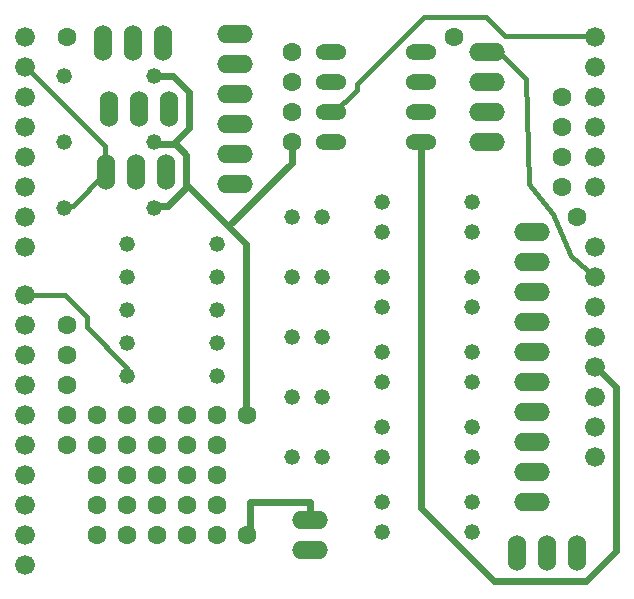
<source format=gbl>
G04 #@! TF.GenerationSoftware,KiCad,Pcbnew,(5.0.0)*
G04 #@! TF.CreationDate,2018-11-08T10:10:24+09:00*
G04 #@! TF.ProjectId,HeadphoneSwitch,4865616470686F6E655377697463682E,rev?*
G04 #@! TF.SameCoordinates,Original*
G04 #@! TF.FileFunction,Copper,L2,Bot,Signal*
G04 #@! TF.FilePolarity,Positive*
%FSLAX46Y46*%
G04 Gerber Fmt 4.6, Leading zero omitted, Abs format (unit mm)*
G04 Created by KiCad (PCBNEW (5.0.0)) date 11/08/18 10:10:24*
%MOMM*%
%LPD*%
G01*
G04 APERTURE LIST*
G04 #@! TA.AperFunction,ComponentPad*
%ADD10O,1.524000X3.048000*%
G04 #@! TD*
G04 #@! TA.AperFunction,ComponentPad*
%ADD11O,2.641600X1.320800*%
G04 #@! TD*
G04 #@! TA.AperFunction,ComponentPad*
%ADD12O,3.048000X1.524000*%
G04 #@! TD*
G04 #@! TA.AperFunction,ComponentPad*
%ADD13C,1.320800*%
G04 #@! TD*
G04 #@! TA.AperFunction,ComponentPad*
%ADD14C,1.600200*%
G04 #@! TD*
G04 #@! TA.AperFunction,ComponentPad*
%ADD15C,1.676400*%
G04 #@! TD*
G04 #@! TA.AperFunction,Conductor*
%ADD16C,0.609600*%
G04 #@! TD*
G04 #@! TA.AperFunction,Conductor*
%ADD17C,0.406400*%
G04 #@! TD*
G04 APERTURE END LIST*
D10*
G04 #@! TO.P,DSS62,3*
G04 #@! TO.N,/D2*
X153619100Y-83521600D03*
G04 #@! TO.P,DSS62,2*
G04 #@! TO.N,GND1*
X156159100Y-83521600D03*
G04 #@! TO.P,DSS62,1*
G04 #@! TO.N,Net-(DSS62-Pad1)*
X158699100Y-83521600D03*
G04 #@! TD*
G04 #@! TO.P,DSS63,3*
G04 #@! TO.N,/D3*
X154127100Y-89109600D03*
G04 #@! TO.P,DSS63,2*
G04 #@! TO.N,GND1*
X156667100Y-89109600D03*
G04 #@! TO.P,DSS63,1*
X159207100Y-89109600D03*
G04 #@! TD*
G04 #@! TO.P,DSS64,3*
G04 #@! TO.N,/D1*
X153873100Y-94443600D03*
G04 #@! TO.P,DSS64,2*
G04 #@! TO.N,GND1*
X156413100Y-94443600D03*
G04 #@! TO.P,DSS64,1*
X158953100Y-94443600D03*
G04 #@! TD*
G04 #@! TO.P,DSS65,3*
G04 #@! TO.N,/RESET*
X193751100Y-126701600D03*
G04 #@! TO.P,DSS65,2*
G04 #@! TO.N,GND1*
X191211100Y-126701600D03*
G04 #@! TO.P,DSS65,1*
G04 #@! TO.N,Net-(DSS65-Pad1)*
X188671100Y-126701600D03*
G04 #@! TD*
D11*
G04 #@! TO.P,IC1,8*
G04 #@! TO.N,VCC*
X172923100Y-91903600D03*
G04 #@! TO.P,IC1,7*
G04 #@! TO.N,/SCL5V*
X172923100Y-89363600D03*
G04 #@! TO.P,IC1,6*
G04 #@! TO.N,/SDA5V*
X172923100Y-86823600D03*
G04 #@! TO.P,IC1,5*
G04 #@! TO.N,GND1*
X172923100Y-84283600D03*
G04 #@! TO.P,IC1,4*
G04 #@! TO.N,Net-(IC1-Pad4)*
X180543100Y-84283600D03*
G04 #@! TO.P,IC1,3*
G04 #@! TO.N,Net-(IC1-Pad3)*
X180543100Y-86823600D03*
G04 #@! TO.P,IC1,2*
G04 #@! TO.N,Net-(IC1-Pad2)*
X180543100Y-89363600D03*
G04 #@! TO.P,IC1,1*
G04 #@! TO.N,+3V3*
X180543100Y-91903600D03*
G04 #@! TD*
D12*
G04 #@! TO.P,JP10,10*
G04 #@! TO.N,Net-(JP10-Pad10)*
X189941100Y-122383600D03*
G04 #@! TO.P,JP10,9*
G04 #@! TO.N,Net-(JP10-Pad9)*
X189941100Y-119843600D03*
G04 #@! TO.P,JP10,8*
G04 #@! TO.N,Net-(JP10-Pad8)*
X189941100Y-117303600D03*
G04 #@! TO.P,JP10,7*
G04 #@! TO.N,Net-(JP10-Pad7)*
X189941100Y-114763600D03*
G04 #@! TO.P,JP10,6*
G04 #@! TO.N,Net-(JP10-Pad6)*
X189941100Y-112223600D03*
G04 #@! TO.P,JP10,5*
G04 #@! TO.N,Net-(JP10-Pad5)*
X189941100Y-109683600D03*
G04 #@! TO.P,JP10,4*
G04 #@! TO.N,Net-(JP10-Pad4)*
X189941100Y-107143600D03*
G04 #@! TO.P,JP10,3*
G04 #@! TO.N,Net-(JP10-Pad3)*
X189941100Y-104603600D03*
G04 #@! TO.P,JP10,2*
G04 #@! TO.N,Net-(JP10-Pad2)*
X189941100Y-102063600D03*
G04 #@! TO.P,JP10,1*
G04 #@! TO.N,Net-(JP10-Pad1)*
X189941100Y-99523600D03*
G04 #@! TD*
G04 #@! TO.P,JP7,4*
G04 #@! TO.N,GND1*
X186131100Y-84283600D03*
G04 #@! TO.P,JP7,3*
G04 #@! TO.N,Net-(IC1-Pad3)*
X186131100Y-86823600D03*
G04 #@! TO.P,JP7,2*
G04 #@! TO.N,Net-(IC1-Pad2)*
X186131100Y-89363600D03*
G04 #@! TO.P,JP7,1*
G04 #@! TO.N,+3V3*
X186131100Y-91903600D03*
G04 #@! TD*
G04 #@! TO.P,JP8,6*
G04 #@! TO.N,GND1*
X164795100Y-95459600D03*
G04 #@! TO.P,JP8,5*
X164795100Y-92919600D03*
G04 #@! TO.P,JP8,4*
X164795100Y-90379600D03*
G04 #@! TO.P,JP8,3*
X164795100Y-87839600D03*
G04 #@! TO.P,JP8,2*
X164795100Y-85299600D03*
G04 #@! TO.P,JP8,1*
G04 #@! TO.N,Net-(DSS62-Pad1)*
X164795100Y-82759600D03*
G04 #@! TD*
G04 #@! TO.P,JP9,2*
G04 #@! TO.N,GND1*
X171145100Y-123907600D03*
G04 #@! TO.P,JP9,1*
G04 #@! TO.N,Net-(DSS65-Pad1)*
X171145100Y-126447600D03*
G04 #@! TD*
D13*
G04 #@! TO.P,LED1,K*
G04 #@! TO.N,Net-(LED1-PadK)*
X172161100Y-98253600D03*
G04 #@! TO.P,LED1,A*
G04 #@! TO.N,Net-(LED1-PadA)*
X169621100Y-98253600D03*
G04 #@! TD*
G04 #@! TO.P,LED2,K*
G04 #@! TO.N,Net-(LED2-PadK)*
X172161100Y-103333600D03*
G04 #@! TO.P,LED2,A*
G04 #@! TO.N,Net-(LED2-PadA)*
X169621100Y-103333600D03*
G04 #@! TD*
G04 #@! TO.P,LED3,K*
G04 #@! TO.N,Net-(LED3-PadK)*
X172161100Y-108413600D03*
G04 #@! TO.P,LED3,A*
G04 #@! TO.N,Net-(LED3-PadA)*
X169621100Y-108413600D03*
G04 #@! TD*
G04 #@! TO.P,LED4,K*
G04 #@! TO.N,Net-(LED4-PadK)*
X172161100Y-113493600D03*
G04 #@! TO.P,LED4,A*
G04 #@! TO.N,Net-(LED4-PadA)*
X169621100Y-113493600D03*
G04 #@! TD*
G04 #@! TO.P,LED5,K*
G04 #@! TO.N,Net-(LED5-PadK)*
X172161100Y-118573600D03*
G04 #@! TO.P,LED5,A*
G04 #@! TO.N,Net-(LED5-PadA)*
X169621100Y-118573600D03*
G04 #@! TD*
G04 #@! TO.P,OK1,4*
G04 #@! TO.N,Net-(JP10-Pad1)*
X184861100Y-96983600D03*
G04 #@! TO.P,OK1,3*
G04 #@! TO.N,Net-(JP10-Pad2)*
X184861100Y-99523600D03*
G04 #@! TO.P,OK1,2*
G04 #@! TO.N,GND1*
X177241100Y-99523600D03*
G04 #@! TO.P,OK1,1*
G04 #@! TO.N,Net-(LED1-PadK)*
X177241100Y-96983600D03*
G04 #@! TD*
G04 #@! TO.P,OK2,4*
G04 #@! TO.N,Net-(JP10-Pad3)*
X184861100Y-103333600D03*
G04 #@! TO.P,OK2,3*
G04 #@! TO.N,Net-(JP10-Pad4)*
X184861100Y-105873600D03*
G04 #@! TO.P,OK2,2*
G04 #@! TO.N,GND1*
X177241100Y-105873600D03*
G04 #@! TO.P,OK2,1*
G04 #@! TO.N,Net-(LED2-PadK)*
X177241100Y-103333600D03*
G04 #@! TD*
G04 #@! TO.P,OK3,4*
G04 #@! TO.N,Net-(JP10-Pad5)*
X184861100Y-109683600D03*
G04 #@! TO.P,OK3,3*
G04 #@! TO.N,Net-(JP10-Pad6)*
X184861100Y-112223600D03*
G04 #@! TO.P,OK3,2*
G04 #@! TO.N,GND1*
X177241100Y-112223600D03*
G04 #@! TO.P,OK3,1*
G04 #@! TO.N,Net-(LED3-PadK)*
X177241100Y-109683600D03*
G04 #@! TD*
G04 #@! TO.P,OK4,4*
G04 #@! TO.N,Net-(JP10-Pad7)*
X184861100Y-116033600D03*
G04 #@! TO.P,OK4,3*
G04 #@! TO.N,Net-(JP10-Pad8)*
X184861100Y-118573600D03*
G04 #@! TO.P,OK4,2*
G04 #@! TO.N,GND1*
X177241100Y-118573600D03*
G04 #@! TO.P,OK4,1*
G04 #@! TO.N,Net-(LED4-PadK)*
X177241100Y-116033600D03*
G04 #@! TD*
G04 #@! TO.P,OK5,4*
G04 #@! TO.N,Net-(JP10-Pad9)*
X184861100Y-122383600D03*
G04 #@! TO.P,OK5,3*
G04 #@! TO.N,Net-(JP10-Pad10)*
X184861100Y-124923600D03*
G04 #@! TO.P,OK5,2*
G04 #@! TO.N,GND1*
X177241100Y-124923600D03*
G04 #@! TO.P,OK5,1*
G04 #@! TO.N,Net-(LED5-PadK)*
X177241100Y-122383600D03*
G04 #@! TD*
D14*
G04 #@! TO.P,PAD1,1*
G04 #@! TO.N,Net-(PAD1-Pad1)*
X193751100Y-98253600D03*
G04 #@! TD*
G04 #@! TO.P,PAD10,1*
G04 #@! TO.N,Net-(PAD10-Pad1)*
X150571100Y-109937600D03*
G04 #@! TD*
G04 #@! TO.P,PAD11,1*
G04 #@! TO.N,Net-(PAD11-Pad1)*
X150571100Y-107397600D03*
G04 #@! TD*
G04 #@! TO.P,PAD12,1*
G04 #@! TO.N,Net-(PAD12-Pad1)*
X150571100Y-83013600D03*
G04 #@! TD*
G04 #@! TO.P,PAD13,1*
G04 #@! TO.N,Net-(PAD13-Pad1)*
X163271100Y-122637600D03*
G04 #@! TD*
G04 #@! TO.P,PAD14,1*
G04 #@! TO.N,Net-(PAD14-Pad1)*
X160731100Y-122637600D03*
G04 #@! TD*
G04 #@! TO.P,PAD15,1*
G04 #@! TO.N,Net-(PAD15-Pad1)*
X158191100Y-122637600D03*
G04 #@! TD*
G04 #@! TO.P,PAD16,1*
G04 #@! TO.N,Net-(PAD16-Pad1)*
X155651100Y-122637600D03*
G04 #@! TD*
G04 #@! TO.P,PAD17,1*
G04 #@! TO.N,Net-(PAD17-Pad1)*
X153111100Y-122637600D03*
G04 #@! TD*
G04 #@! TO.P,PAD18,1*
G04 #@! TO.N,Net-(PAD18-Pad1)*
X163271100Y-117557600D03*
G04 #@! TD*
G04 #@! TO.P,PAD19,1*
G04 #@! TO.N,Net-(PAD19-Pad1)*
X160731100Y-117557600D03*
G04 #@! TD*
G04 #@! TO.P,PAD2,1*
G04 #@! TO.N,Net-(IC1-Pad4)*
X183337100Y-83013600D03*
G04 #@! TD*
G04 #@! TO.P,PAD20,1*
G04 #@! TO.N,Net-(PAD20-Pad1)*
X158191100Y-117557600D03*
G04 #@! TD*
G04 #@! TO.P,PAD21,1*
G04 #@! TO.N,Net-(PAD21-Pad1)*
X155651100Y-117557600D03*
G04 #@! TD*
G04 #@! TO.P,PAD22,1*
G04 #@! TO.N,Net-(PAD22-Pad1)*
X153111100Y-117557600D03*
G04 #@! TD*
G04 #@! TO.P,PAD23,1*
G04 #@! TO.N,Net-(PAD23-Pad1)*
X153111100Y-125177600D03*
G04 #@! TD*
G04 #@! TO.P,PAD24,1*
G04 #@! TO.N,Net-(PAD24-Pad1)*
X163271100Y-120097600D03*
G04 #@! TD*
G04 #@! TO.P,PAD25,1*
G04 #@! TO.N,Net-(PAD25-Pad1)*
X160731100Y-120097600D03*
G04 #@! TD*
G04 #@! TO.P,PAD26,1*
G04 #@! TO.N,Net-(PAD26-Pad1)*
X158191100Y-120097600D03*
G04 #@! TD*
G04 #@! TO.P,PAD27,1*
G04 #@! TO.N,Net-(PAD27-Pad1)*
X155651100Y-120097600D03*
G04 #@! TD*
G04 #@! TO.P,PAD28,1*
G04 #@! TO.N,Net-(PAD28-Pad1)*
X153111100Y-120097600D03*
G04 #@! TD*
G04 #@! TO.P,PAD29,1*
G04 #@! TO.N,Net-(PAD29-Pad1)*
X163271100Y-115017600D03*
G04 #@! TD*
G04 #@! TO.P,PAD3,1*
G04 #@! TO.N,VCC*
X169621100Y-91903600D03*
G04 #@! TD*
G04 #@! TO.P,PAD30,1*
G04 #@! TO.N,Net-(PAD30-Pad1)*
X160731100Y-115017600D03*
G04 #@! TD*
G04 #@! TO.P,PAD31,1*
G04 #@! TO.N,Net-(PAD31-Pad1)*
X158191100Y-115017600D03*
G04 #@! TD*
G04 #@! TO.P,PAD32,1*
G04 #@! TO.N,Net-(PAD32-Pad1)*
X155651100Y-115017600D03*
G04 #@! TD*
G04 #@! TO.P,PAD33,1*
G04 #@! TO.N,Net-(PAD33-Pad1)*
X153111100Y-115017600D03*
G04 #@! TD*
G04 #@! TO.P,PAD34,1*
G04 #@! TO.N,Net-(PAD34-Pad1)*
X163271100Y-125177600D03*
G04 #@! TD*
G04 #@! TO.P,PAD35,1*
G04 #@! TO.N,Net-(PAD35-Pad1)*
X160731100Y-125177600D03*
G04 #@! TD*
G04 #@! TO.P,PAD36,1*
G04 #@! TO.N,Net-(PAD36-Pad1)*
X158191100Y-125177600D03*
G04 #@! TD*
G04 #@! TO.P,PAD37,1*
G04 #@! TO.N,Net-(PAD37-Pad1)*
X155651100Y-125177600D03*
G04 #@! TD*
G04 #@! TO.P,PAD38,1*
G04 #@! TO.N,VCC*
X165811100Y-115017600D03*
G04 #@! TD*
G04 #@! TO.P,PAD39,1*
G04 #@! TO.N,GND1*
X165811100Y-125177600D03*
G04 #@! TD*
G04 #@! TO.P,PAD4,1*
G04 #@! TO.N,/SCL5V*
X169621100Y-89363600D03*
G04 #@! TD*
G04 #@! TO.P,PAD5,1*
G04 #@! TO.N,/SDA5V*
X169621100Y-86823600D03*
G04 #@! TD*
G04 #@! TO.P,PAD6,1*
G04 #@! TO.N,GND1*
X169621100Y-84283600D03*
G04 #@! TD*
G04 #@! TO.P,PAD7,1*
G04 #@! TO.N,Net-(PAD7-Pad1)*
X150571100Y-117557600D03*
G04 #@! TD*
G04 #@! TO.P,PAD8,1*
G04 #@! TO.N,Net-(PAD8-Pad1)*
X150571100Y-115017600D03*
G04 #@! TD*
G04 #@! TO.P,PAD9,1*
G04 #@! TO.N,Net-(PAD9-Pad1)*
X150571100Y-112477600D03*
G04 #@! TD*
D13*
G04 #@! TO.P,R10,2*
G04 #@! TO.N,Net-(LED5-PadA)*
X163271100Y-111715600D03*
G04 #@! TO.P,R10,1*
G04 #@! TO.N,/D8*
X155651100Y-111715600D03*
G04 #@! TD*
G04 #@! TO.P,R5,2*
G04 #@! TO.N,VCC*
X157937100Y-97491600D03*
G04 #@! TO.P,R5,1*
G04 #@! TO.N,/D1*
X150317100Y-97491600D03*
G04 #@! TD*
G04 #@! TO.P,R3,2*
G04 #@! TO.N,VCC*
X157937100Y-86315600D03*
G04 #@! TO.P,R3,1*
G04 #@! TO.N,/D2*
X150317100Y-86315600D03*
G04 #@! TD*
G04 #@! TO.P,R4,2*
G04 #@! TO.N,VCC*
X157937100Y-91903600D03*
G04 #@! TO.P,R4,1*
G04 #@! TO.N,/D3*
X150317100Y-91903600D03*
G04 #@! TD*
G04 #@! TO.P,R6,2*
G04 #@! TO.N,Net-(LED1-PadA)*
X163271100Y-100539600D03*
G04 #@! TO.P,R6,1*
G04 #@! TO.N,/D4*
X155651100Y-100539600D03*
G04 #@! TD*
G04 #@! TO.P,R7,2*
G04 #@! TO.N,Net-(LED2-PadA)*
X163271100Y-103333600D03*
G04 #@! TO.P,R7,1*
G04 #@! TO.N,/D5*
X155651100Y-103333600D03*
G04 #@! TD*
G04 #@! TO.P,R8,2*
G04 #@! TO.N,Net-(LED3-PadA)*
X163271100Y-106127600D03*
G04 #@! TO.P,R8,1*
G04 #@! TO.N,/D6*
X155651100Y-106127600D03*
G04 #@! TD*
G04 #@! TO.P,R9,2*
G04 #@! TO.N,Net-(LED4-PadA)*
X163271100Y-108921600D03*
G04 #@! TO.P,R9,1*
G04 #@! TO.N,/D7*
X155651100Y-108921600D03*
G04 #@! TD*
D15*
G04 #@! TO.P,U1,RESERVED*
G04 #@! TO.N,Net-(U1-PadRESERVED)*
X195275100Y-118573600D03*
G04 #@! TO.P,U1,IOREF*
G04 #@! TO.N,Net-(U1-PadIOREF)*
X195275100Y-116033600D03*
G04 #@! TO.P,U1,SCL*
G04 #@! TO.N,Net-(U1-PadSCL)*
X147015100Y-127717600D03*
G04 #@! TO.P,U1,SDA*
G04 #@! TO.N,Net-(U1-PadSDA)*
X147015100Y-125177600D03*
G04 #@! TO.P,U1,RESET*
G04 #@! TO.N,/RESET*
X195275100Y-113493600D03*
G04 #@! TO.P,U1,3V*
G04 #@! TO.N,+3V3*
X195275100Y-110953600D03*
G04 #@! TO.P,U1,5V*
G04 #@! TO.N,VCC*
X195275100Y-108413600D03*
G04 #@! TO.P,U1,GND2*
G04 #@! TO.N,GND1*
X195275100Y-105873600D03*
G04 #@! TO.P,U1,GND1*
X195275100Y-103333600D03*
G04 #@! TO.P,U1,VIN*
G04 #@! TO.N,Net-(PAD1-Pad1)*
X195275100Y-100793600D03*
G04 #@! TO.P,U1,A5*
G04 #@! TO.N,/SCL5V*
X195275100Y-83013600D03*
G04 #@! TO.P,U1,A4*
G04 #@! TO.N,/SDA5V*
X195275100Y-85553600D03*
G04 #@! TO.P,U1,A3*
G04 #@! TO.N,Net-(PAD43-Pad1)*
X195275100Y-88093600D03*
G04 #@! TO.P,U1,A2*
G04 #@! TO.N,Net-(PAD42-Pad1)*
X195275100Y-90633600D03*
G04 #@! TO.P,U1,A1*
G04 #@! TO.N,Net-(PAD41-Pad1)*
X195275100Y-93173600D03*
G04 #@! TO.P,U1,AREF*
G04 #@! TO.N,Net-(U1-PadAREF)*
X147015100Y-122637600D03*
G04 #@! TO.P,U1,GND*
G04 #@! TO.N,GND1*
X147015100Y-120097600D03*
G04 #@! TO.P,U1,D13*
G04 #@! TO.N,Net-(PAD7-Pad1)*
X147015100Y-117557600D03*
G04 #@! TO.P,U1,D12*
G04 #@! TO.N,Net-(PAD8-Pad1)*
X147015100Y-115017600D03*
G04 #@! TO.P,U1,D11*
G04 #@! TO.N,Net-(PAD9-Pad1)*
X147015100Y-112477600D03*
G04 #@! TO.P,U1,D10*
G04 #@! TO.N,Net-(PAD10-Pad1)*
X147015100Y-109937600D03*
G04 #@! TO.P,U1,D9*
G04 #@! TO.N,Net-(PAD11-Pad1)*
X147015100Y-107397600D03*
G04 #@! TO.P,U1,D8*
G04 #@! TO.N,/D8*
X147015100Y-104857600D03*
G04 #@! TO.P,U1,D7*
G04 #@! TO.N,/D7*
X147015100Y-100793600D03*
G04 #@! TO.P,U1,D6*
G04 #@! TO.N,/D6*
X147015100Y-98253600D03*
G04 #@! TO.P,U1,D5*
G04 #@! TO.N,/D5*
X147015100Y-95713600D03*
G04 #@! TO.P,U1,D0*
G04 #@! TO.N,Net-(PAD12-Pad1)*
X147015100Y-83013600D03*
G04 #@! TO.P,U1,D1*
G04 #@! TO.N,/D1*
X147015100Y-85553600D03*
G04 #@! TO.P,U1,D2*
G04 #@! TO.N,/D2*
X147015100Y-88093600D03*
G04 #@! TO.P,U1,D3*
G04 #@! TO.N,/D3*
X147015100Y-90633600D03*
G04 #@! TO.P,U1,A0*
G04 #@! TO.N,Net-(PAD40-Pad1)*
X195275100Y-95713600D03*
G04 #@! TO.P,U1,D4*
G04 #@! TO.N,/D4*
X147015100Y-93173600D03*
G04 #@! TD*
D14*
G04 #@! TO.P,PAD40,1*
G04 #@! TO.N,Net-(PAD40-Pad1)*
X192481100Y-95713600D03*
G04 #@! TD*
G04 #@! TO.P,PAD41,1*
G04 #@! TO.N,Net-(PAD41-Pad1)*
X192481100Y-93173600D03*
G04 #@! TD*
G04 #@! TO.P,PAD42,1*
G04 #@! TO.N,Net-(PAD42-Pad1)*
X192481100Y-90633600D03*
G04 #@! TD*
G04 #@! TO.P,PAD43,1*
G04 #@! TO.N,Net-(PAD43-Pad1)*
X192481100Y-88093600D03*
G04 #@! TD*
D16*
G04 #@! TO.N,+3V3*
X197027700Y-112630000D02*
X195427500Y-111029800D01*
X197027700Y-126574600D02*
X197027700Y-112630000D01*
X194513100Y-129089200D02*
X197027700Y-126574600D01*
X186740700Y-129089200D02*
X194513100Y-129089200D01*
X180568500Y-122917000D02*
X186740700Y-129089200D01*
X180568500Y-92056000D02*
X180568500Y-122917000D01*
X195427500Y-111029800D02*
X195275100Y-110953600D01*
X180568500Y-92056000D02*
X180543100Y-91903600D01*
D17*
G04 #@! TO.N,GND1*
X165811100Y-125177600D02*
X166065100Y-125177600D01*
D16*
X166065100Y-125177600D02*
X166065100Y-122383600D01*
X166065100Y-122383600D02*
X171145100Y-122383600D01*
X171145100Y-122383600D02*
X171145100Y-123907600D01*
D17*
X186131100Y-84283600D02*
X187147100Y-84283600D01*
X187147100Y-84283600D02*
X189433100Y-86569600D01*
X189433100Y-86569600D02*
X189687100Y-95459600D01*
X189687100Y-95459600D02*
X191719100Y-97999600D01*
X191719100Y-97999600D02*
X193243100Y-101555600D01*
X193243100Y-101555600D02*
X195275100Y-103333600D01*
D16*
G04 #@! TO.N,VCC*
X159080100Y-97313800D02*
X157937100Y-97313800D01*
X160680300Y-95713600D02*
X159080100Y-97313800D01*
X160680300Y-92970400D02*
X160680300Y-95713600D01*
X159765900Y-92056000D02*
X160680300Y-92970400D01*
X157937100Y-92056000D02*
X159765900Y-92056000D01*
X157937100Y-97313800D02*
X157937100Y-97491600D01*
X157937100Y-92056000D02*
X157937100Y-91903600D01*
X159537300Y-86341000D02*
X157937100Y-86341000D01*
X160908900Y-87712600D02*
X159537300Y-86341000D01*
X160908900Y-90684400D02*
X160908900Y-87712600D01*
X159765900Y-91827400D02*
X160908900Y-90684400D01*
X157937100Y-86341000D02*
X157937100Y-86315600D01*
X159765900Y-91827400D02*
X159765900Y-92056000D01*
X165709500Y-100514200D02*
X165709500Y-114916000D01*
X160908900Y-95713600D02*
X164223600Y-99028300D01*
X164223600Y-99028300D02*
X165709500Y-100514200D01*
X165709500Y-114916000D02*
X165811100Y-115017600D01*
X160908900Y-95713600D02*
X160680300Y-95713600D01*
X169595700Y-93656200D02*
X169595700Y-92056000D01*
X164223600Y-99028300D02*
X169595700Y-93656200D01*
X169595700Y-92056000D02*
X169621100Y-91903600D01*
D17*
G04 #@! TO.N,/D8*
X155651100Y-111029800D02*
X155651100Y-111715600D01*
X152222100Y-107600800D02*
X155651100Y-111029800D01*
X152222100Y-106686400D02*
X152222100Y-107600800D01*
X150393300Y-104857600D02*
X152222100Y-106686400D01*
X147015100Y-104857600D02*
X150393300Y-104857600D01*
G04 #@! TO.N,/D1*
X151079100Y-97313800D02*
X150393300Y-97313800D01*
X153822300Y-94570600D02*
X151079100Y-97313800D01*
X150393300Y-97313800D02*
X150317100Y-97491600D01*
X153822300Y-94570600D02*
X153873100Y-94443600D01*
X153822300Y-92284600D02*
X147192900Y-85655200D01*
X153822300Y-94342000D02*
X153822300Y-92284600D01*
X147192900Y-85655200D02*
X147015100Y-85553600D01*
X153822300Y-94342000D02*
X153873100Y-94443600D01*
G04 #@! TO.N,/SCL5V*
X187655100Y-82912000D02*
X195198900Y-82912000D01*
X186054900Y-81311800D02*
X187655100Y-82912000D01*
X180797100Y-81311800D02*
X186054900Y-81311800D01*
X175082100Y-87026800D02*
X180797100Y-81311800D01*
X175082100Y-87484000D02*
X175082100Y-87026800D01*
X173024700Y-89541400D02*
X175082100Y-87484000D01*
X195198900Y-82912000D02*
X195275100Y-83013600D01*
X173024700Y-89541400D02*
X172923100Y-89363600D01*
G04 #@! TD*
M02*

</source>
